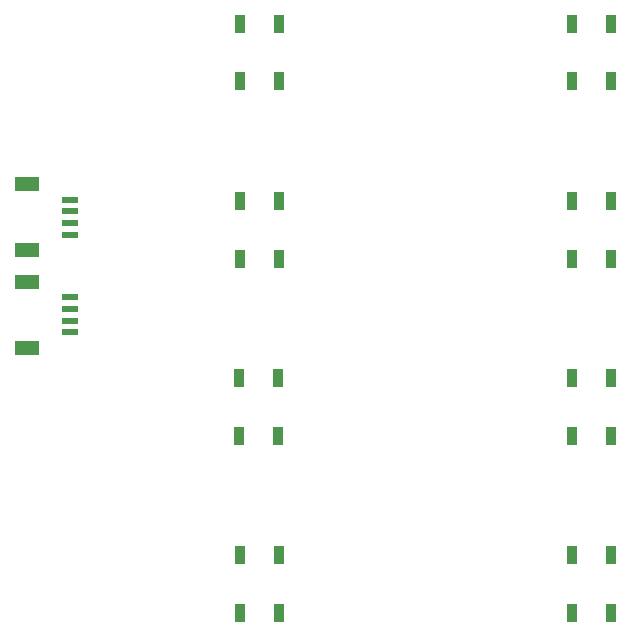
<source format=gbr>
%TF.GenerationSoftware,KiCad,Pcbnew,7.0.5-7.0.5~ubuntu20.04.1*%
%TF.CreationDate,2023-07-05T21:04:24+02:00*%
%TF.ProjectId,sao_eprom_v2,73616f5f-6570-4726-9f6d-5f76322e6b69,rev?*%
%TF.SameCoordinates,Original*%
%TF.FileFunction,Paste,Bot*%
%TF.FilePolarity,Positive*%
%FSLAX46Y46*%
G04 Gerber Fmt 4.6, Leading zero omitted, Abs format (unit mm)*
G04 Created by KiCad (PCBNEW 7.0.5-7.0.5~ubuntu20.04.1) date 2023-07-05 21:04:24*
%MOMM*%
%LPD*%
G01*
G04 APERTURE LIST*
%ADD10R,1.348740X0.599440*%
%ADD11R,1.998980X1.198880*%
%ADD12R,0.900000X1.500000*%
G04 APERTURE END LIST*
D10*
%TO.C,J5*%
X129500000Y-50748600D03*
X129500000Y-49747840D03*
X129500000Y-48752160D03*
X129500000Y-47751400D03*
D11*
X125827160Y-52049080D03*
X125827160Y-46450920D03*
%TD*%
D12*
%TO.C,D13*%
X175250000Y-67750000D03*
X171950000Y-67750000D03*
X171950000Y-62850000D03*
X175250000Y-62850000D03*
%TD*%
D10*
%TO.C,J6*%
X129500000Y-58998600D03*
X129500000Y-57997840D03*
X129500000Y-57002160D03*
X129500000Y-56001400D03*
D11*
X125827160Y-60299080D03*
X125827160Y-54700920D03*
%TD*%
D12*
%TO.C,D14*%
X175275000Y-82750000D03*
X171975000Y-82750000D03*
X171975000Y-77850000D03*
X175275000Y-77850000D03*
%TD*%
%TO.C,D9*%
X147125000Y-67750000D03*
X143825000Y-67750000D03*
X143825000Y-62850000D03*
X147125000Y-62850000D03*
%TD*%
%TO.C,D10*%
X147150000Y-82750000D03*
X143850000Y-82750000D03*
X143850000Y-77850000D03*
X147150000Y-77850000D03*
%TD*%
%TO.C,D8*%
X147150000Y-52750000D03*
X143850000Y-52750000D03*
X143850000Y-47850000D03*
X147150000Y-47850000D03*
%TD*%
%TO.C,D7*%
X147150000Y-37750000D03*
X143850000Y-37750000D03*
X143850000Y-32850000D03*
X147150000Y-32850000D03*
%TD*%
%TO.C,D12*%
X175275000Y-52750000D03*
X171975000Y-52750000D03*
X171975000Y-47850000D03*
X175275000Y-47850000D03*
%TD*%
%TO.C,D11*%
X175275000Y-37750000D03*
X171975000Y-37750000D03*
X171975000Y-32850000D03*
X175275000Y-32850000D03*
%TD*%
M02*

</source>
